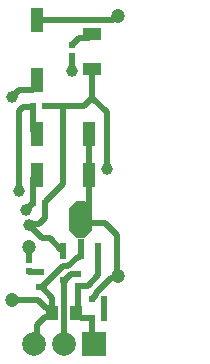
<source format=gtl>
G04*
G04 #@! TF.GenerationSoftware,Altium Limited,Altium Designer,20.1.7 (139)*
G04*
G04 Layer_Physical_Order=1*
G04 Layer_Color=255*
%FSLAX44Y44*%
%MOMM*%
G71*
G04*
G04 #@! TF.SameCoordinates,E0ED747D-F99B-4A2E-885D-06FFC37D6295*
G04*
G04*
G04 #@! TF.FilePolarity,Positive*
G04*
G01*
G75*
%ADD10C,0.2500*%
%ADD23C,0.3000*%
%ADD24R,1.0000X2.0000*%
%ADD25R,0.7000X0.5000*%
%ADD26R,0.6000X0.6000*%
%ADD27R,0.6000X0.6000*%
%ADD28R,0.6000X1.4000*%
%ADD29R,0.6000X1.8000*%
%ADD30R,1.0000X1.2500*%
%ADD31R,1.6000X1.0000*%
%ADD32R,1.0000X2.0000*%
%ADD33C,0.5000*%
%ADD34R,2.0000X2.0000*%
%ADD35C,2.0000*%
%ADD36C,1.2000*%
%ADD37C,1.0000*%
G36*
X70000Y112000D02*
X63500Y118500D01*
Y137500D01*
X70000Y144000D01*
X76000D01*
X82500Y137500D01*
Y118500D01*
X76000Y112000D01*
X70000D01*
D02*
G37*
G36*
X77000Y164000D02*
D01*
D02*
G37*
G36*
X178500Y196000D02*
D01*
D02*
G37*
D10*
X66000Y266000D02*
X66000Y266000D01*
D23*
X69000Y49000D02*
G03*
X73000Y45000I4000J0D01*
G01*
X69000Y49000D02*
G03*
X71000Y51000I0J2000D01*
G01*
X83000Y24400D02*
G03*
X84400Y23000I1400J0D01*
G01*
X56500Y102500D02*
X58000Y101000D01*
X71000Y66000D02*
X71000D01*
D24*
X36000Y166000D02*
D03*
X80000D02*
D03*
Y200000D02*
D03*
X36000D02*
D03*
D25*
X39000Y83500D02*
D03*
Y70500D02*
D03*
X59000Y77000D02*
D03*
D26*
X29000Y84000D02*
D03*
Y94000D02*
D03*
X71000Y72000D02*
D03*
Y82000D02*
D03*
X66000Y266000D02*
D03*
Y276000D02*
D03*
D27*
X93000Y45000D02*
D03*
X83000D02*
D03*
X43000Y224000D02*
D03*
X33000D02*
D03*
X93000Y61000D02*
D03*
X83000D02*
D03*
X43000Y142000D02*
D03*
X33000D02*
D03*
D28*
X58000Y101000D02*
D03*
X88000D02*
D03*
D29*
X73000Y103000D02*
D03*
D30*
X49000Y49000D02*
D03*
X69000D02*
D03*
D31*
X83000Y285000D02*
D03*
Y255000D02*
D03*
D32*
X36000Y297000D02*
D03*
Y246000D02*
D03*
D33*
X29000Y94000D02*
Y105000D01*
X95000Y171000D02*
Y219000D01*
X58000Y88500D02*
X62500D01*
X72500Y96500D02*
X73000Y97000D01*
X70500Y96500D02*
X72500D01*
X62500Y88500D02*
X70500Y96500D01*
X73000Y97000D02*
Y103000D01*
X64697Y81697D02*
X70697D01*
X60000Y77000D02*
X64697Y81697D01*
X70697D02*
X71000Y82000D01*
X36000Y297000D02*
X100106D01*
X80000Y132000D02*
Y166000D01*
X75000Y127000D02*
X80000Y132000D01*
Y166646D02*
Y200000D01*
X49000Y50250D02*
Y61500D01*
Y49000D02*
Y50250D01*
Y47750D02*
Y49000D01*
X46500Y52750D02*
X49000Y50250D01*
X44000Y52750D02*
X46500D01*
X36750Y60000D02*
X44000Y52750D01*
X15000Y60000D02*
X36750D01*
X77000Y125000D02*
X94000D01*
X75000Y127000D02*
X77000Y125000D01*
X104000Y81000D02*
Y115000D01*
X94000Y125000D02*
X104000Y115000D01*
Y81000D02*
X105000Y80000D01*
X83000Y61000D02*
X86000Y64000D01*
Y65657D01*
X99004Y78661D01*
X40000Y70500D02*
X58000Y88500D01*
X39000Y70500D02*
X40000D01*
X49000Y61500D01*
X46500Y45250D02*
X49000Y47750D01*
X43250Y45250D02*
X46500D01*
X36470Y38470D02*
X43250Y45250D01*
X33600Y23000D02*
X36470Y25870D01*
Y38470D01*
X58000Y158000D02*
Y224000D01*
X43000Y142000D02*
X43500Y142500D01*
Y143500D01*
X58000Y158000D01*
X83000Y231000D02*
X95000Y219000D01*
X58000Y224000D02*
X76000D01*
X83000Y231000D02*
Y255000D01*
X76000Y224000D02*
X83000Y231000D01*
X43000Y224000D02*
X58000D01*
X43000Y129000D02*
Y142000D01*
X37957Y123957D02*
X43000Y129000D01*
X29500Y123000D02*
X30457Y123957D01*
X37957D01*
X27000Y136000D02*
X27000D01*
X33000Y142000D01*
X46728Y112272D02*
X56500Y102500D01*
X40228Y112272D02*
X46728D01*
X29500Y123000D02*
X40228Y112272D01*
X29000Y83500D02*
X39000D01*
X59000Y77000D02*
X60000D01*
X93000Y45000D02*
Y61000D01*
X66000Y254000D02*
Y266000D01*
X36000Y241000D02*
Y246000D01*
X32500Y237500D02*
X36000Y241000D01*
X20500Y237500D02*
X32500D01*
X15000Y232000D02*
X20500Y237500D01*
X21000Y220000D02*
X24500Y223500D01*
X21000Y152000D02*
Y220000D01*
X24500Y223500D02*
X32500D01*
X33000Y224000D01*
Y203000D02*
Y224000D01*
Y203000D02*
X36000Y200000D01*
X33000Y142000D02*
Y163000D01*
X36000Y166000D01*
X71000Y66000D02*
Y72000D01*
X59000Y23000D02*
Y77000D01*
X71000Y51000D02*
Y66000D01*
X83000Y24400D02*
Y45000D01*
X79000Y72000D02*
X88000Y81000D01*
Y101000D01*
X73000Y45000D02*
X83000D01*
X71000Y72000D02*
X79000D01*
X79743Y281743D02*
X83000Y285000D01*
X71743Y281743D02*
X79743D01*
X66000Y276000D02*
X71743Y281743D01*
D34*
X84400Y23000D02*
D03*
D35*
X59000D02*
D03*
X33600D02*
D03*
D36*
X29000Y105000D02*
D03*
X105000Y300000D02*
D03*
Y80000D02*
D03*
X15000Y60000D02*
D03*
D37*
X95000Y171000D02*
D03*
X27000Y136000D02*
D03*
X66000Y254000D02*
D03*
X15000Y232000D02*
D03*
X21000Y152000D02*
D03*
X29500Y123000D02*
D03*
M02*

</source>
